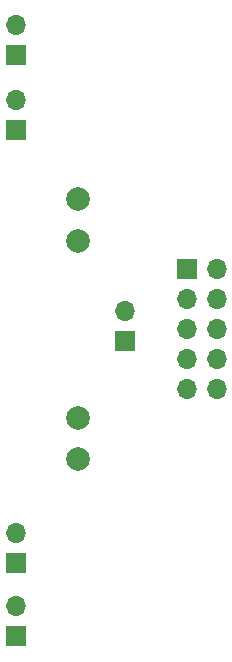
<source format=gts>
G04 #@! TF.GenerationSoftware,KiCad,Pcbnew,(5.1.6-0-10_14)*
G04 #@! TF.CreationDate,2020-08-07T14:52:54+09:00*
G04 #@! TF.ProjectId,con_lid_2x8,636f6e5f-6c69-4645-9f32-78382e6b6963,rev?*
G04 #@! TF.SameCoordinates,Original*
G04 #@! TF.FileFunction,Soldermask,Top*
G04 #@! TF.FilePolarity,Negative*
%FSLAX46Y46*%
G04 Gerber Fmt 4.6, Leading zero omitted, Abs format (unit mm)*
G04 Created by KiCad (PCBNEW (5.1.6-0-10_14)) date 2020-08-07 14:52:54*
%MOMM*%
%LPD*%
G01*
G04 APERTURE LIST*
%ADD10R,1.700000X1.700000*%
%ADD11O,1.700000X1.700000*%
%ADD12C,2.000000*%
G04 APERTURE END LIST*
D10*
G04 #@! TO.C,T1*
X122730000Y-69820000D03*
D11*
X122730000Y-67280000D03*
G04 #@! TD*
G04 #@! TO.C,T2*
X122730000Y-73630000D03*
D10*
X122730000Y-76170000D03*
G04 #@! TD*
G04 #@! TO.C,T3*
X122730000Y-112790000D03*
D11*
X122730000Y-110250000D03*
G04 #@! TD*
G04 #@! TO.C,T4*
X122730000Y-116460000D03*
D10*
X122730000Y-119000000D03*
G04 #@! TD*
D11*
G04 #@! TO.C,U1*
X139780000Y-98080000D03*
X137240000Y-98080000D03*
X139780000Y-95540000D03*
X137240000Y-95540000D03*
X139780000Y-93000000D03*
X137240000Y-93000000D03*
X139780000Y-90460000D03*
X137240000Y-90460000D03*
X139780000Y-87920000D03*
D10*
X137240000Y-87920000D03*
G04 #@! TD*
D12*
G04 #@! TO.C,H1*
X128000000Y-82000000D03*
X128000000Y-85500000D03*
G04 #@! TD*
G04 #@! TO.C,H2*
X128000000Y-104000000D03*
X128000000Y-100500000D03*
G04 #@! TD*
D11*
G04 #@! TO.C,TAIR1*
X132000000Y-91460000D03*
D10*
X132000000Y-94000000D03*
G04 #@! TD*
M02*

</source>
